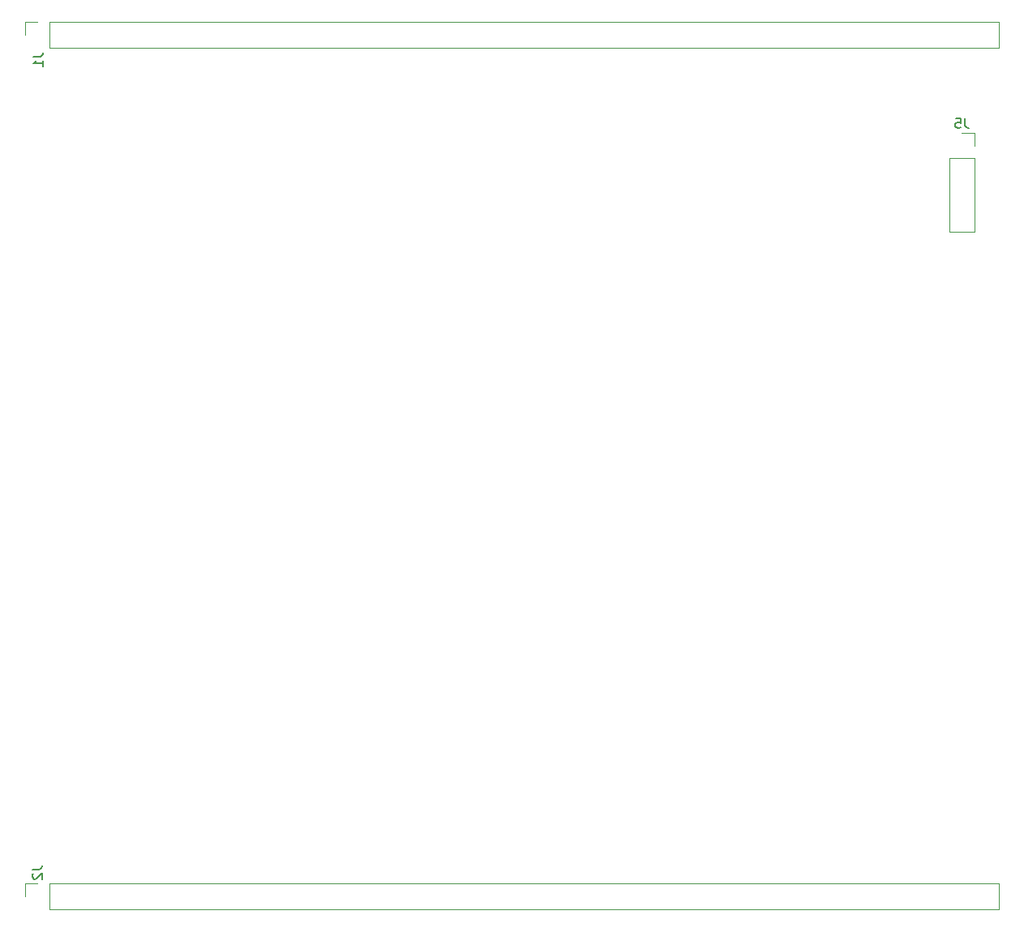
<source format=gbo>
G04 #@! TF.GenerationSoftware,KiCad,Pcbnew,(5.1.9)-1*
G04 #@! TF.CreationDate,2022-11-18T17:06:51-05:00*
G04 #@! TF.ProjectId,loader,6c6f6164-6572-42e6-9b69-6361645f7063,2.0*
G04 #@! TF.SameCoordinates,Original*
G04 #@! TF.FileFunction,Legend,Bot*
G04 #@! TF.FilePolarity,Positive*
%FSLAX46Y46*%
G04 Gerber Fmt 4.6, Leading zero omitted, Abs format (unit mm)*
G04 Created by KiCad (PCBNEW (5.1.9)-1) date 2022-11-18 17:06:51*
%MOMM*%
%LPD*%
G01*
G04 APERTURE LIST*
%ADD10C,0.120000*%
%ADD11C,0.150000*%
%ADD12O,1.700000X1.700000*%
%ADD13R,1.700000X1.700000*%
%ADD14O,3.048000X1.850000*%
%ADD15C,2.500000*%
%ADD16R,2.500000X2.500000*%
%ADD17O,1.600000X1.600000*%
%ADD18R,1.600000X1.600000*%
%ADD19O,2.200000X2.200000*%
%ADD20R,2.200000X2.200000*%
%ADD21C,1.440000*%
%ADD22C,2.000000*%
%ADD23C,1.900000*%
%ADD24R,1.900000X1.900000*%
G04 APERTURE END LIST*
D10*
X184230000Y-66550000D02*
X181570000Y-66550000D01*
X184230000Y-58870000D02*
X184230000Y-66550000D01*
X181570000Y-58870000D02*
X181570000Y-66550000D01*
X184230000Y-58870000D02*
X181570000Y-58870000D01*
X184230000Y-57600000D02*
X184230000Y-56270000D01*
X184230000Y-56270000D02*
X182900000Y-56270000D01*
X85070000Y-134670000D02*
X85070000Y-136000000D01*
X86400000Y-134670000D02*
X85070000Y-134670000D01*
X87670000Y-134670000D02*
X87670000Y-137330000D01*
X87670000Y-137330000D02*
X186790000Y-137330000D01*
X87670000Y-134670000D02*
X186790000Y-134670000D01*
X186790000Y-134670000D02*
X186790000Y-137330000D01*
X85070000Y-44670000D02*
X85070000Y-46000000D01*
X86400000Y-44670000D02*
X85070000Y-44670000D01*
X87670000Y-44670000D02*
X87670000Y-47330000D01*
X87670000Y-47330000D02*
X186790000Y-47330000D01*
X87670000Y-44670000D02*
X186790000Y-44670000D01*
X186790000Y-44670000D02*
X186790000Y-47330000D01*
D11*
X183233333Y-54722380D02*
X183233333Y-55436666D01*
X183280952Y-55579523D01*
X183376190Y-55674761D01*
X183519047Y-55722380D01*
X183614285Y-55722380D01*
X182280952Y-54722380D02*
X182757142Y-54722380D01*
X182804761Y-55198571D01*
X182757142Y-55150952D01*
X182661904Y-55103333D01*
X182423809Y-55103333D01*
X182328571Y-55150952D01*
X182280952Y-55198571D01*
X182233333Y-55293809D01*
X182233333Y-55531904D01*
X182280952Y-55627142D01*
X182328571Y-55674761D01*
X182423809Y-55722380D01*
X182661904Y-55722380D01*
X182757142Y-55674761D01*
X182804761Y-55627142D01*
X85852380Y-133166666D02*
X86566666Y-133166666D01*
X86709523Y-133119047D01*
X86804761Y-133023809D01*
X86852380Y-132880952D01*
X86852380Y-132785714D01*
X85947619Y-133595238D02*
X85900000Y-133642857D01*
X85852380Y-133738095D01*
X85852380Y-133976190D01*
X85900000Y-134071428D01*
X85947619Y-134119047D01*
X86042857Y-134166666D01*
X86138095Y-134166666D01*
X86280952Y-134119047D01*
X86852380Y-133547619D01*
X86852380Y-134166666D01*
X85952380Y-48266666D02*
X86666666Y-48266666D01*
X86809523Y-48219047D01*
X86904761Y-48123809D01*
X86952380Y-47980952D01*
X86952380Y-47885714D01*
X86952380Y-49266666D02*
X86952380Y-48695238D01*
X86952380Y-48980952D02*
X85952380Y-48980952D01*
X86095238Y-48885714D01*
X86190476Y-48790476D01*
X86238095Y-48695238D01*
%LPC*%
D12*
X181700000Y-81620000D03*
X181700000Y-84160000D03*
D13*
X181700000Y-86700000D03*
D14*
X91900000Y-120700000D03*
X91900000Y-115700000D03*
X104400000Y-120700000D03*
X104400000Y-115700000D03*
D15*
X93000000Y-57200000D03*
D16*
X93000000Y-62200000D03*
D12*
X182900000Y-65220000D03*
X182900000Y-62680000D03*
X182900000Y-60140000D03*
D13*
X182900000Y-57600000D03*
D17*
X98640000Y-86040000D03*
X98640000Y-70800000D03*
X134200000Y-86040000D03*
X101180000Y-70800000D03*
X131660000Y-86040000D03*
X103720000Y-70800000D03*
X129120000Y-86040000D03*
X106260000Y-70800000D03*
X126580000Y-86040000D03*
X108800000Y-70800000D03*
X124040000Y-86040000D03*
X111340000Y-70800000D03*
X121500000Y-86040000D03*
X113880000Y-70800000D03*
X118960000Y-86040000D03*
X116420000Y-70800000D03*
X116420000Y-86040000D03*
X118960000Y-70800000D03*
X113880000Y-86040000D03*
X121500000Y-70800000D03*
X111340000Y-86040000D03*
X124040000Y-70800000D03*
X108800000Y-86040000D03*
X126580000Y-70800000D03*
X106260000Y-86040000D03*
X129120000Y-70800000D03*
X103720000Y-86040000D03*
X131660000Y-70800000D03*
X101180000Y-86040000D03*
D18*
X134200000Y-70800000D03*
D19*
X136760000Y-92600000D03*
D20*
X126600000Y-92600000D03*
D21*
X112900000Y-115700000D03*
X115440000Y-120780000D03*
X117980000Y-115700000D03*
D22*
X96400000Y-95700000D03*
X100900000Y-95700000D03*
X96400000Y-102200000D03*
X100900000Y-102200000D03*
D23*
X134700000Y-120700000D03*
X134700000Y-118200000D03*
D24*
X134700000Y-115700000D03*
D17*
X181720000Y-110300000D03*
X174100000Y-125540000D03*
X181720000Y-112840000D03*
X174100000Y-123000000D03*
X181720000Y-115380000D03*
X174100000Y-120460000D03*
X181720000Y-117920000D03*
X174100000Y-117920000D03*
X181720000Y-120460000D03*
X174100000Y-115380000D03*
X181720000Y-123000000D03*
X174100000Y-112840000D03*
X181720000Y-125540000D03*
D18*
X174100000Y-110300000D03*
D17*
X158420000Y-110300000D03*
X150800000Y-125540000D03*
X158420000Y-112840000D03*
X150800000Y-123000000D03*
X158420000Y-115380000D03*
X150800000Y-120460000D03*
X158420000Y-117920000D03*
X150800000Y-117920000D03*
X158420000Y-120460000D03*
X150800000Y-115380000D03*
X158420000Y-123000000D03*
X150800000Y-112840000D03*
X158420000Y-125540000D03*
D18*
X150800000Y-110300000D03*
D17*
X157420000Y-81400000D03*
X149800000Y-96640000D03*
X157420000Y-83940000D03*
X149800000Y-94100000D03*
X157420000Y-86480000D03*
X149800000Y-91560000D03*
X157420000Y-89020000D03*
X149800000Y-89020000D03*
X157420000Y-91560000D03*
X149800000Y-86480000D03*
X157420000Y-94100000D03*
X149800000Y-83940000D03*
X157420000Y-96640000D03*
D18*
X149800000Y-81400000D03*
D17*
X170920000Y-81400000D03*
X163300000Y-96640000D03*
X170920000Y-83940000D03*
X163300000Y-94100000D03*
X170920000Y-86480000D03*
X163300000Y-91560000D03*
X170920000Y-89020000D03*
X163300000Y-89020000D03*
X170920000Y-91560000D03*
X163300000Y-86480000D03*
X170920000Y-94100000D03*
X163300000Y-83940000D03*
X170920000Y-96640000D03*
D18*
X163300000Y-81400000D03*
D12*
X185460000Y-136000000D03*
X182920000Y-136000000D03*
X180380000Y-136000000D03*
X177840000Y-136000000D03*
X175300000Y-136000000D03*
X172760000Y-136000000D03*
X170220000Y-136000000D03*
X167680000Y-136000000D03*
X165140000Y-136000000D03*
X162600000Y-136000000D03*
X160060000Y-136000000D03*
X157520000Y-136000000D03*
X154980000Y-136000000D03*
X152440000Y-136000000D03*
X149900000Y-136000000D03*
X147360000Y-136000000D03*
X144820000Y-136000000D03*
X142280000Y-136000000D03*
X139740000Y-136000000D03*
X137200000Y-136000000D03*
X134660000Y-136000000D03*
X132120000Y-136000000D03*
X129580000Y-136000000D03*
X127040000Y-136000000D03*
X124500000Y-136000000D03*
X121960000Y-136000000D03*
X119420000Y-136000000D03*
X116880000Y-136000000D03*
X114340000Y-136000000D03*
X111800000Y-136000000D03*
X109260000Y-136000000D03*
X106720000Y-136000000D03*
X104180000Y-136000000D03*
X101640000Y-136000000D03*
X99100000Y-136000000D03*
X96560000Y-136000000D03*
X94020000Y-136000000D03*
X91480000Y-136000000D03*
X88940000Y-136000000D03*
D13*
X86400000Y-136000000D03*
D12*
X185460000Y-46000000D03*
X182920000Y-46000000D03*
X180380000Y-46000000D03*
X177840000Y-46000000D03*
X175300000Y-46000000D03*
X172760000Y-46000000D03*
X170220000Y-46000000D03*
X167680000Y-46000000D03*
X165140000Y-46000000D03*
X162600000Y-46000000D03*
X160060000Y-46000000D03*
X157520000Y-46000000D03*
X154980000Y-46000000D03*
X152440000Y-46000000D03*
X149900000Y-46000000D03*
X147360000Y-46000000D03*
X144820000Y-46000000D03*
X142280000Y-46000000D03*
X139740000Y-46000000D03*
X137200000Y-46000000D03*
X134660000Y-46000000D03*
X132120000Y-46000000D03*
X129580000Y-46000000D03*
X127040000Y-46000000D03*
X124500000Y-46000000D03*
X121960000Y-46000000D03*
X119420000Y-46000000D03*
X116880000Y-46000000D03*
X114340000Y-46000000D03*
X111800000Y-46000000D03*
X109260000Y-46000000D03*
X106720000Y-46000000D03*
X104180000Y-46000000D03*
X101640000Y-46000000D03*
X99100000Y-46000000D03*
X96560000Y-46000000D03*
X94020000Y-46000000D03*
X91480000Y-46000000D03*
X88940000Y-46000000D03*
D13*
X86400000Y-46000000D03*
M02*

</source>
